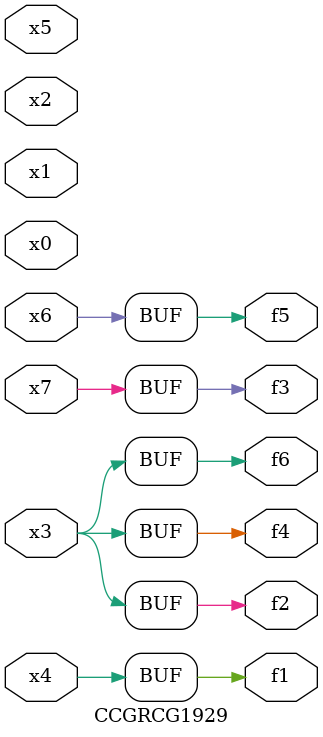
<source format=v>
module CCGRCG1929(
	input x0, x1, x2, x3, x4, x5, x6, x7,
	output f1, f2, f3, f4, f5, f6
);
	assign f1 = x4;
	assign f2 = x3;
	assign f3 = x7;
	assign f4 = x3;
	assign f5 = x6;
	assign f6 = x3;
endmodule

</source>
